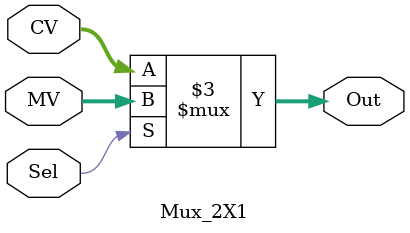
<source format=v>
module Mux_2X1 (MV,CV,Sel,Out);
  input [7:0]MV,CV;
  input Sel;
  output [7:0]Out;
  reg [7:0]Out;
  
  always @ (MV,CV,Sel)
  begin
  if (Sel)
    Out=MV;
  else
    Out=CV;
  end
  
endmodule
</source>
